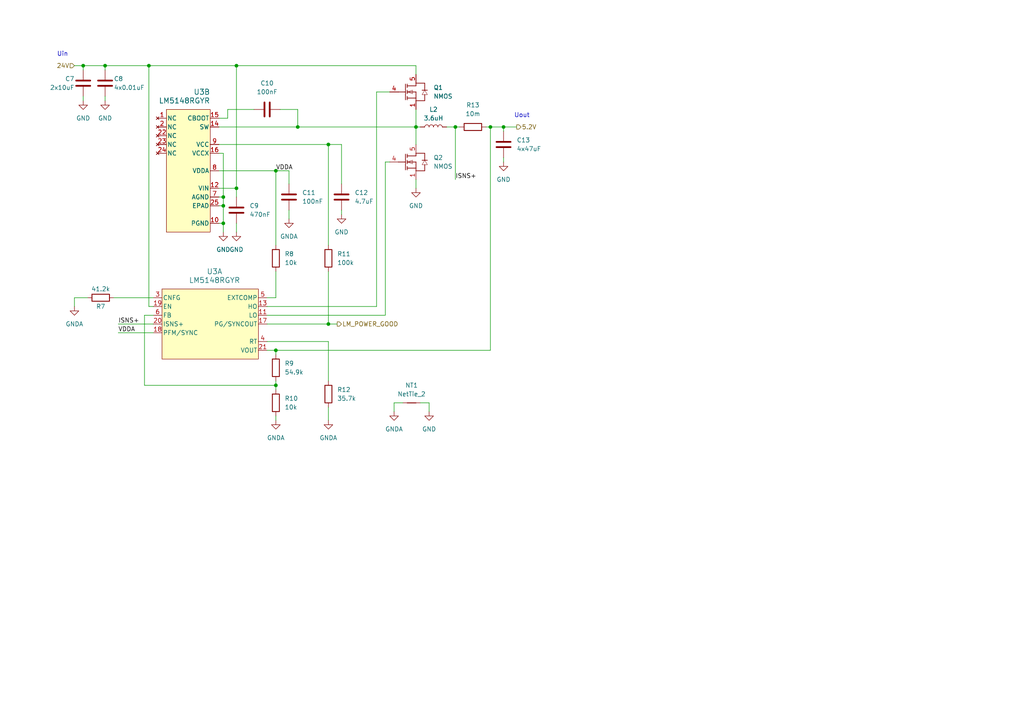
<source format=kicad_sch>
(kicad_sch (version 20230121) (generator eeschema)
  (paper "A4")
  (lib_symbols
    (symbol "CSD18514Q5A_1" (pin_names (offset 0.254))
      (property "Reference" "Q1" (at 7.62 1.27 0))
      (property "Value" "NMOS" (at 7.62 -1.27 0))
      (symbol "CSD18514Q5A_1_0_1"
        (polyline (pts (xy -2.54 0) (xy -0.508 0)) (stroke (width 0.2032)))
        (polyline (pts (xy -0.508 2.286) (xy -0.508 -2.286)) (stroke (width 0.2032)))
        (polyline (pts (xy 0 -2.286) (xy 0 -1.27)) (stroke (width 0.2032)))
        (polyline (pts (xy 0 -0.508) (xy 0 0.508)) (stroke (width 0.2032)))
        (polyline (pts (xy 0 0) (xy 1.524 -0.508)) (stroke (width 0.1016)))
        (polyline (pts (xy 0 2.286) (xy 0 1.27)) (stroke (width 0.2032)))
        (polyline (pts (xy 1.524 -0.508) (xy 1.524 0.508)) (stroke (width 0.1016)))
        (polyline (pts (xy 1.524 0.508) (xy 0 0)) (stroke (width 0.1016)))
        (polyline (pts (xy 2.54 -2.54) (xy 5.08 -2.54)) (stroke (width 0.2032)))
        (polyline (pts (xy 2.54 -1.778) (xy 0 -1.778)) (stroke (width 0.2032)))
        (polyline (pts (xy 2.54 0) (xy 0 0)) (stroke (width 0.2032)))
        (polyline (pts (xy 2.54 0) (xy 2.54 -2.54)) (stroke (width 0.2032)))
        (polyline (pts (xy 2.54 1.778) (xy 0 1.778)) (stroke (width 0.2032)))
        (polyline (pts (xy 2.54 1.778) (xy 2.54 2.54)) (stroke (width 0.2032)))
        (polyline (pts (xy 2.54 2.54) (xy 5.08 2.54)) (stroke (width 0.2032)))
        (polyline (pts (xy 4.318 -0.762) (xy 5.842 -0.762)) (stroke (width 0.1016)))
        (polyline (pts (xy 4.318 0.508) (xy 5.842 0.508)) (stroke (width 0.2032)))
        (polyline (pts (xy 5.08 -2.54) (xy 5.08 -0.762)) (stroke (width 0.2032)))
        (polyline (pts (xy 5.08 0.508) (xy 4.318 -0.762)) (stroke (width 0.1016)))
        (polyline (pts (xy 5.08 2.54) (xy 5.08 0.508)) (stroke (width 0.2032)))
        (polyline (pts (xy 5.842 -0.762) (xy 5.08 0.508)) (stroke (width 0.1016)))
      )
      (symbol "CSD18514Q5A_1_1_1"
        (pin unspecified line (at 2.54 -5.08 90) (length 2.53) (name "") (number "1"))
        (pin unspecified line (at 2.54 -5.08 90) (length 2.53) hide (name "S") (number "2"))
        (pin unspecified line (at 2.54 -5.08 90) (length 2.53) hide (name "S") (number "3"))
        (pin unspecified line (at -5.08 0 0) (length 2.53) (name "") (number "4"))
        (pin unspecified line (at 2.54 5.08 270) (length 2.53) (name "") (number "5"))
        (pin unspecified line (at 2.54 5.08 270) (length 2.53) hide (name "D") (number "6"))
        (pin unspecified line (at 2.54 5.08 270) (length 2.53) hide (name "D") (number "7"))
        (pin unspecified line (at 2.54 5.08 270) (length 2.53) hide (name "D") (number "8"))
        (pin unspecified line (at 2.54 5.08 270) (length 2.53) hide (name "") (number "9"))
      )
    )
    (symbol "Device:C" (pin_numbers hide) (pin_names (offset 0.254))
      (property "Reference" "C" (at 0.635 2.54 0))
      (property "Value" "C" (at 0.635 -2.54 0))
      (symbol "C_0_1"
        (polyline (pts (xy -2.032 -0.762) (xy 2.032 -0.762)) (stroke (width 0.508)))
        (polyline (pts (xy -2.032 0.762) (xy 2.032 0.762)) (stroke (width 0.508)))
      )
      (symbol "C_1_1"
        (pin passive line (at 0 3.81 270) (length 2.794) (name "~") (number "1"))
        (pin passive line (at 0 -3.81 90) (length 2.794) (name "~") (number "2"))
      )
    )
    (symbol "Device:L" (pin_numbers hide) (pin_names (offset 1.016) hide)
      (property "Reference" "L" (at -1.27 0 90))
      (property "Value" "L" (at 1.905 0 90))
      (symbol "L_0_1"
        (arc (start 0 -2.54) (mid 0.6323 -1.905) (end 0 -1.27))
        (arc (start 0 -1.27) (mid 0.6323 -0.635) (end 0 0))
        (arc (start 0 0) (mid 0.6323 0.635) (end 0 1.27))
        (arc (start 0 1.27) (mid 0.6323 1.905) (end 0 2.54))
      )
      (symbol "L_1_1"
        (pin passive line (at 0 3.81 270) (length 1.27) (name "1") (number "1"))
        (pin passive line (at 0 -3.81 90) (length 1.27) (name "2") (number "2"))
      )
    )
    (symbol "Device:NetTie_2" (pin_numbers hide) (pin_names (offset 0) hide) (in_bom no)
      (property "Reference" "NT" (at 0 1.27 0))
      (property "Value" "NetTie_2" (at 0 -1.27 0))
      (symbol "NetTie_2_0_1"
        (polyline (pts (xy -1.27 0) (xy 1.27 0)) (stroke (width 0.254)))
      )
      (symbol "NetTie_2_1_1"
        (pin passive line (at -2.54 0 0) (length 2.54) (name "1") (number "1"))
        (pin passive line (at 2.54 0 180) (length 2.54) (name "2") (number "2"))
      )
    )
    (symbol "Device:R" (pin_numbers hide) (pin_names (offset 0))
      (property "Reference" "R" (at 2.032 0 90))
      (property "Value" "R" (at 0 0 90))
      (symbol "R_0_1"
        (rectangle (start -1.016 -2.54) (end 1.016 2.54) (stroke (width 0.254)))
      )
      (symbol "R_1_1"
        (pin passive line (at 0 3.81 270) (length 1.27) (name "~") (number "1"))
        (pin passive line (at 0 -3.81 90) (length 1.27) (name "~") (number "2"))
      )
    )
    (symbol "LM5148:LM5148RGYR" (pin_names (offset 0.254))
      (property "Reference" "U" (at 1.094 19.6949 0))
      (property "Value" "LM5148RGYR" (at 1.8042 17.1499 0))
      (symbol "LM5148RGYR_1_1"
        (rectangle (start -15.24 10.16) (end 12.7 -10.16) (fill (type background)))
        (pin output line (at 15.24 2.54 180) (length 2.54) (name "LO") (number "11"))
        (pin output line (at 15.24 5.08 180) (length 2.54) (name "HO") (number "13"))
        (pin output line (at 15.24 0 180) (length 2.54) (name "PG/SYNCOUT") (number "17"))
        (pin input line (at -17.78 -2.54 0) (length 2.54) (name "PFM/SYNC") (number "18"))
        (pin input line (at -17.78 5.08 0) (length 2.54) (name "EN") (number "19"))
        (pin input line (at -17.78 0 0) (length 2.54) (name "ISNS+") (number "20"))
        (pin unspecified line (at 15.24 -7.62 180) (length 2.54) (name "VOUT") (number "21"))
        (pin input line (at -17.78 7.62 0) (length 2.54) (name "CNFG") (number "3"))
        (pin output line (at 15.24 -5.08 180) (length 2.54) (name "RT") (number "4"))
        (pin output line (at 15.24 7.62 180) (length 2.54) (name "EXTCOMP") (number "5"))
        (pin input line (at -17.78 2.54 0) (length 2.54) (name "FB") (number "6"))
      )
      (symbol "LM5148RGYR_2_1"
        (rectangle (start -5.08 15.24) (end 7.62 -20.32) (fill (type background)))
        (pin no_connect line (at 10.16 12.7 180) (length 2.54) (name "NC") (number "1"))
        (pin power_out line (at -7.62 -17.78 0) (length 2.54) (name "PGND") (number "10"))
        (pin power_in line (at -7.62 -7.62 0) (length 2.54) (name "VIN") (number "12"))
        (pin power_out line (at -7.62 10.16 0) (length 2.54) (name "SW") (number "14"))
        (pin power_out line (at -7.62 12.7 0) (length 2.54) (name "CBOOT") (number "15"))
        (pin power_in line (at -7.62 2.54 0) (length 2.54) (name "VCCX") (number "16"))
        (pin no_connect line (at 10.16 10.16 180) (length 2.54) (name "NC") (number "2"))
        (pin no_connect line (at 10.16 7.62 180) (length 2.54) (name "NC") (number "22"))
        (pin no_connect line (at 10.16 5.08 180) (length 2.54) (name "NC") (number "23"))
        (pin no_connect line (at 10.16 2.54 180) (length 2.54) (name "NC") (number "24"))
        (pin power_out line (at -7.62 -12.7 0) (length 2.54) (name "EPAD") (number "25"))
        (pin power_out line (at -7.62 -10.16 0) (length 2.54) (name "AGND") (number "7"))
        (pin output line (at -7.62 -2.54 0) (length 2.54) (name "VDDA") (number "8"))
        (pin power_out line (at -7.62 5.08 0) (length 2.54) (name "VCC") (number "9"))
      )
    )
    (symbol "LM5148RGYR_1" (pin_names (offset 0.254))
      (property "Reference" "U" (at 1.094 19.6949 0))
      (property "Value" "LM5148RGYR" (at 1.8042 17.1499 0))
      (symbol "LM5148RGYR_1_1_1"
        (rectangle (start -15.24 10.16) (end 12.7 -10.16) (fill (type background)))
        (pin output line (at 15.24 2.54 180) (length 2.54) (name "LO") (number "11"))
        (pin output line (at 15.24 5.08 180) (length 2.54) (name "HO") (number "13"))
        (pin output line (at 15.24 0 180) (length 2.54) (name "PG/SYNCOUT") (number "17"))
        (pin input line (at -17.78 -2.54 0) (length 2.54) (name "PFM/SYNC") (number "18"))
        (pin input line (at -17.78 5.08 0) (length 2.54) (name "EN") (number "19"))
        (pin input line (at -17.78 0 0) (length 2.54) (name "ISNS+") (number "20"))
        (pin unspecified line (at 15.24 -7.62 180) (length 2.54) (name "VOUT") (number "21"))
        (pin input line (at -17.78 7.62 0) (length 2.54) (name "CNFG") (number "3"))
        (pin output line (at 15.24 -5.08 180) (length 2.54) (name "RT") (number "4"))
        (pin output line (at 15.24 7.62 180) (length 2.54) (name "EXTCOMP") (number "5"))
        (pin input line (at -17.78 2.54 0) (length 2.54) (name "FB") (number "6"))
      )
      (symbol "LM5148RGYR_1_2_1"
        (rectangle (start -5.08 15.24) (end 7.62 -20.32) (fill (type background)))
        (pin no_connect line (at 10.16 12.7 180) (length 2.54) (name "NC") (number "1"))
        (pin power_out line (at -7.62 -17.78 0) (length 2.54) (name "PGND") (number "10"))
        (pin power_in line (at -7.62 -7.62 0) (length 2.54) (name "VIN") (number "12"))
        (pin power_out line (at -7.62 10.16 0) (length 2.54) (name "SW") (number "14"))
        (pin power_out line (at -7.62 12.7 0) (length 2.54) (name "CBOOT") (number "15"))
        (pin power_in line (at -7.62 2.54 0) (length 2.54) (name "VCCX") (number "16"))
        (pin no_connect line (at 10.16 10.16 180) (length 2.54) (name "NC") (number "2"))
        (pin no_connect line (at 10.16 7.62 180) (length 2.54) (name "NC") (number "22"))
        (pin no_connect line (at 10.16 5.08 180) (length 2.54) (name "NC") (number "23"))
        (pin no_connect line (at 10.16 2.54 180) (length 2.54) (name "NC") (number "24"))
        (pin power_out line (at -7.62 -12.7 0) (length 2.54) (name "EPAD") (number "25"))
        (pin power_out line (at -7.62 -10.16 0) (length 2.54) (name "AGND") (number "7"))
        (pin output line (at -7.62 -2.54 0) (length 2.54) (name "VDDA") (number "8"))
        (pin power_out line (at -7.62 5.08 0) (length 2.54) (name "VCC") (number "9"))
      )
    )
    (symbol "NMOS-CSD18514:CSD18514Q5A" (pin_names (offset 0.254))
      (property "Reference" "U" (at 0 2.54 0))
      (property "Value" "CSD18514Q5A" (at 12.7 5.08 0))
      (symbol "CSD18514Q5A_0_1"
        (polyline (pts (xy -2.54 0) (xy -0.508 0)) (stroke (width 0.2032)))
        (polyline (pts (xy -0.508 2.286) (xy -0.508 -2.286)) (stroke (width 0.2032)))
        (polyline (pts (xy 0 -2.286) (xy 0 -1.27)) (stroke (width 0.2032)))
        (polyline (pts (xy 0 -0.508) (xy 0 0.508)) (stroke (width 0.2032)))
        (polyline (pts (xy 0 0) (xy 1.524 -0.508)) (stroke (width 0.1016)))
        (polyline (pts (xy 0 2.286) (xy 0 1.27)) (stroke (width 0.2032)))
        (polyline (pts (xy 1.524 -0.508) (xy 1.524 0.508)) (stroke (width 0.1016)))
        (polyline (pts (xy 1.524 0.508) (xy 0 0)) (stroke (width 0.1016)))
        (polyline (pts (xy 2.54 -2.54) (xy 5.08 -2.54)) (stroke (width 0.2032)))
        (polyline (pts (xy 2.54 -1.778) (xy 0 -1.778)) (stroke (width 0.2032)))
        (polyline (pts (xy 2.54 0) (xy 0 0)) (stroke (width 0.2032)))
        (polyline (pts (xy 2.54 0) (xy 2.54 -2.54)) (stroke (width 0.2032)))
        (polyline (pts (xy 2.54 1.778) (xy 0 1.778)) (stroke (width 0.2032)))
        (polyline (pts (xy 2.54 1.778) (xy 2.54 2.54)) (stroke (width 0.2032)))
        (polyline (pts (xy 2.54 2.54) (xy 5.08 2.54)) (stroke (width 0.2032)))
        (polyline (pts (xy 4.318 -0.762) (xy 5.842 -0.762)) (stroke (width 0.1016)))
        (polyline (pts (xy 4.318 0.508) (xy 5.842 0.508)) (stroke (width 0.2032)))
        (polyline (pts (xy 5.08 -2.54) (xy 5.08 -0.762)) (stroke (width 0.2032)))
        (polyline (pts (xy 5.08 0.508) (xy 4.318 -0.762)) (stroke (width 0.1016)))
        (polyline (pts (xy 5.08 2.54) (xy 5.08 0.508)) (stroke (width 0.2032)))
        (polyline (pts (xy 5.842 -0.762) (xy 5.08 0.508)) (stroke (width 0.1016)))
      )
      (symbol "CSD18514Q5A_1_1"
        (pin unspecified line (at 2.54 -5.08 90) (length 2.53) (name "") (number "1"))
        (pin unspecified line (at 2.54 -5.08 90) (length 2.53) hide (name "S") (number "2"))
        (pin unspecified line (at 2.54 -5.07 90) (length 2.53) hide (name "S") (number "3"))
        (pin unspecified line (at -5.08 0 0) (length 2.53) (name "") (number "4"))
        (pin unspecified line (at 2.54 5.08 270) (length 2.53) (name "") (number "5"))
        (pin unspecified line (at 2.54 5.08 270) (length 2.53) hide (name "D") (number "6"))
        (pin unspecified line (at 2.54 5.08 270) (length 2.53) hide (name "D") (number "7"))
        (pin unspecified line (at 2.54 5.08 270) (length 2.53) hide (name "D") (number "8"))
        (pin unspecified line (at 2.54 5.08 270) (length 2.53) hide (name "") (number "9"))
      )
    )
    (symbol "power:GND" (power) (pin_names (offset 0))
      (property "Value" "GND" (at 0 -3.81 0))
      (symbol "GND_0_1"
        (polyline (pts (xy 0 0) (xy 0 -1.27) (xy 1.27 -1.27) (xy 0 -2.54) (xy -1.27 -1.27) (xy 0 -1.27)))
      )
      (symbol "GND_1_1"
        (pin power_in line (at 0 0 270) (length 0) hide (name "GND") (number "1"))
      )
    )
    (symbol "power:GNDA" (power) (pin_names (offset 0))
      (property "Value" "GNDA" (at 0 -3.81 0))
      (symbol "GNDA_0_1"
        (polyline (pts (xy 0 0) (xy 0 -1.27) (xy 1.27 -1.27) (xy 0 -2.54) (xy -1.27 -1.27) (xy 0 -1.27)))
      )
      (symbol "GNDA_1_1"
        (pin power_in line (at 0 0 270) (length 0) hide (name "GNDA") (number "1"))
      )
    )
  )
  (junction (at 86.36 36.83))
  (junction (at 43.18 19.05))
  (junction (at 80.01 49.53))
  (junction (at 30.48 19.05))
  (junction (at 132.08 36.83))
  (junction (at 146.05 36.83))
  (junction (at 95.25 93.98))
  (junction (at 64.77 59.69))
  (junction (at 80.01 101.6))
  (junction (at 95.25 41.91))
  (junction (at 68.58 54.61))
  (junction (at 120.65 36.83))
  (junction (at 64.77 64.77))
  (junction (at 142.24 36.83))
  (junction (at 80.01 111.76))
  (junction (at 68.58 19.05))
  (junction (at 64.77 57.15))
  (junction (at 24.13 19.05))
  (wire (pts (xy 24.13 19.05) (xy 30.48 19.05)))
  (wire (pts (xy 64.77 59.69) (xy 64.77 64.77)))
  (wire (pts (xy 64.77 44.45) (xy 64.77 57.15)))
  (wire (pts (xy 66.04 31.75) (xy 73.66 31.75)))
  (wire (pts (xy 80.01 49.53) (xy 80.01 71.12)))
  (wire (pts (xy 142.24 36.83) (xy 142.24 101.6)))
  (wire (pts (xy 64.77 57.15) (xy 64.77 59.69)))
  (wire (pts (xy 64.77 64.77) (xy 63.5 64.77)))
  (wire (pts (xy 120.65 52.07) (xy 120.65 54.61)))
  (wire (pts (xy 124.46 116.84) (xy 124.46 119.38)))
  (wire (pts (xy 25.4 86.36) (xy 21.59 86.36)))
  (wire (pts (xy 24.13 20.32) (xy 24.13 19.05)))
  (wire (pts (xy 34.29 93.98) (xy 44.45 93.98)))
  (wire (pts (xy 77.47 101.6) (xy 80.01 101.6)))
  (wire (pts (xy 146.05 45.72) (xy 146.05 46.99)))
  (wire (pts (xy 120.65 36.83) (xy 120.65 41.91)))
  (wire (pts (xy 80.01 78.74) (xy 80.01 86.36)))
  (wire (pts (xy 21.59 19.05) (xy 24.13 19.05)))
  (wire (pts (xy 95.25 41.91) (xy 99.06 41.91)))
  (wire (pts (xy 30.48 29.21) (xy 30.48 27.94)))
  (wire (pts (xy 77.47 99.06) (xy 95.25 99.06)))
  (wire (pts (xy 68.58 19.05) (xy 120.65 19.05)))
  (wire (pts (xy 64.77 64.77) (xy 64.77 67.31)))
  (wire (pts (xy 120.65 21.59) (xy 120.65 19.05)))
  (wire (pts (xy 95.25 78.74) (xy 95.25 93.98)))
  (wire (pts (xy 99.06 53.34) (xy 99.06 41.91)))
  (wire (pts (xy 80.01 49.53) (xy 83.82 49.53)))
  (wire (pts (xy 30.48 19.05) (xy 43.18 19.05)))
  (wire (pts (xy 142.24 36.83) (xy 146.05 36.83)))
  (wire (pts (xy 146.05 36.83) (xy 149.86 36.83)))
  (wire (pts (xy 63.5 57.15) (xy 64.77 57.15)))
  (wire (pts (xy 80.01 110.49) (xy 80.01 111.76)))
  (wire (pts (xy 80.01 120.65) (xy 80.01 121.92)))
  (wire (pts (xy 111.76 91.44) (xy 111.76 46.99)))
  (wire (pts (xy 44.45 91.44) (xy 41.91 91.44)))
  (wire (pts (xy 114.3 119.38) (xy 114.3 116.84)))
  (wire (pts (xy 80.01 101.6) (xy 142.24 101.6)))
  (wire (pts (xy 95.25 99.06) (xy 95.25 110.49)))
  (wire (pts (xy 63.5 36.83) (xy 86.36 36.83)))
  (wire (pts (xy 41.91 111.76) (xy 80.01 111.76)))
  (wire (pts (xy 95.25 118.11) (xy 95.25 121.92)))
  (wire (pts (xy 68.58 19.05) (xy 68.58 54.61)))
  (wire (pts (xy 109.22 26.67) (xy 113.03 26.67)))
  (wire (pts (xy 68.58 64.77) (xy 68.58 67.31)))
  (wire (pts (xy 99.06 60.96) (xy 99.06 62.23)))
  (wire (pts (xy 132.08 52.07) (xy 132.08 36.83)))
  (wire (pts (xy 43.18 88.9) (xy 44.45 88.9)))
  (wire (pts (xy 63.5 54.61) (xy 68.58 54.61)))
  (wire (pts (xy 114.3 116.84) (xy 116.84 116.84)))
  (wire (pts (xy 21.59 86.36) (xy 21.59 88.9)))
  (wire (pts (xy 43.18 19.05) (xy 43.18 88.9)))
  (wire (pts (xy 140.97 36.83) (xy 142.24 36.83)))
  (wire (pts (xy 111.76 46.99) (xy 113.03 46.99)))
  (wire (pts (xy 77.47 93.98) (xy 95.25 93.98)))
  (wire (pts (xy 43.18 19.05) (xy 68.58 19.05)))
  (wire (pts (xy 33.02 86.36) (xy 44.45 86.36)))
  (wire (pts (xy 146.05 36.83) (xy 146.05 38.1)))
  (wire (pts (xy 41.91 91.44) (xy 41.91 111.76)))
  (wire (pts (xy 95.25 71.12) (xy 95.25 41.91)))
  (wire (pts (xy 86.36 31.75) (xy 86.36 36.83)))
  (wire (pts (xy 34.29 96.52) (xy 44.45 96.52)))
  (wire (pts (xy 68.58 57.15) (xy 68.58 54.61)))
  (wire (pts (xy 66.04 34.29) (xy 66.04 31.75)))
  (wire (pts (xy 109.22 88.9) (xy 109.22 26.67)))
  (wire (pts (xy 83.82 53.34) (xy 83.82 49.53)))
  (wire (pts (xy 30.48 20.32) (xy 30.48 19.05)))
  (wire (pts (xy 63.5 41.91) (xy 95.25 41.91)))
  (wire (pts (xy 80.01 101.6) (xy 80.01 102.87)))
  (wire (pts (xy 121.92 116.84) (xy 124.46 116.84)))
  (wire (pts (xy 77.47 91.44) (xy 111.76 91.44)))
  (wire (pts (xy 63.5 34.29) (xy 66.04 34.29)))
  (wire (pts (xy 120.65 36.83) (xy 121.92 36.83)))
  (wire (pts (xy 86.36 36.83) (xy 120.65 36.83)))
  (wire (pts (xy 120.65 31.75) (xy 120.65 36.83)))
  (wire (pts (xy 63.5 44.45) (xy 64.77 44.45)))
  (wire (pts (xy 81.28 31.75) (xy 86.36 31.75)))
  (wire (pts (xy 77.47 88.9) (xy 109.22 88.9)))
  (wire (pts (xy 129.54 36.83) (xy 132.08 36.83)))
  (wire (pts (xy 83.82 60.96) (xy 83.82 63.5)))
  (wire (pts (xy 77.47 86.36) (xy 80.01 86.36)))
  (wire (pts (xy 63.5 59.69) (xy 64.77 59.69)))
  (wire (pts (xy 132.08 36.83) (xy 133.35 36.83)))
  (wire (pts (xy 24.13 29.21) (xy 24.13 27.94)))
  (wire (pts (xy 80.01 113.03) (xy 80.01 111.76)))
  (wire (pts (xy 95.25 93.98) (xy 97.79 93.98)))
  (wire (pts (xy 63.5 49.53) (xy 80.01 49.53)))
  (rectangle (start 166.37 218.44) (end 166.37 218.44))
  (text "Uout" (at 153.67 34.29 0) (effects (font (size 1.27 1.27)) (justify right bottom)))
  (text "Uin" (at 16.51 16.51 0) (effects (font (size 1.27 1.27)) (justify left bottom)))
  (label "ISNS+" (at 34.29 93.98 0))
  (label "VDDA" (at 34.29 96.52 0))
  (label "VDDA" (at 80.01 49.53 0))
  (label "ISNS+" (at 132.08 52.07 0))
  (hierarchical_label "24V" (shape input) (at 21.59 19.05 180))
  (hierarchical_label "5.2V" (shape output) (at 149.86 36.83 0))
  (hierarchical_label "LM_POWER_GOOD" (shape output) (at 97.79 93.98 0))
  (symbol (lib_id "power:GND") (at 24.13 29.21 0) (unit 1)
    (property "Reference" "#PWR010" (effects hide))
    (property "Value" "GND" (at 24.13 34.29 0))
  )
  (symbol (lib_id "Device:R") (at 80.01 106.68 0) (unit 1)
    (property "Reference" "R9" (at 82.55 105.41 0) (effects (justify left)))
    (property "Value" "54.9k" (at 82.55 107.95 0) (effects (justify left)))
    (property "Footprint" "Resistor_SMD:R_0805_2012Metric_Pad1.20x1.40mm_HandSolder" (effects hide))
  )
  (symbol (lib_id "Device:C") (at 77.47 31.75 90) (unit 1)
    (property "Reference" "C10" (at 77.47 24.13 90))
    (property "Value" "100nF" (at 77.47 26.67 90))
    (property "Footprint" "Capacitor_SMD:C_0805_2012Metric_Pad1.18x1.45mm_HandSolder" (effects hide))
  )
  (symbol (lib_id "Device:NetTie_2") (at 119.38 116.84 0) (unit 1) (in_bom no)
    (property "Reference" "NT1" (at 119.38 111.76 0))
    (property "Value" "NetTie_2" (at 119.38 114.3 0))
    (property "Footprint" "NetTie:NetTie-2_SMD_Pad0.5mm" (effects hide))
  )
  (symbol (lib_id "Device:R") (at 95.25 114.3 0) (unit 1)
    (property "Reference" "R12" (at 97.79 113.03 0) (effects (justify left)))
    (property "Value" "35.7k" (at 97.79 115.57 0) (effects (justify left)))
    (property "Footprint" "Resistor_SMD:R_0805_2012Metric_Pad1.20x1.40mm_HandSolder" (effects hide))
  )
  (symbol (lib_id "power:GND") (at 64.77 67.31 0) (mirror y) (unit 1)
    (property "Reference" "#PWR012" (effects hide))
    (property "Value" "GND" (at 64.77 72.39 0))
  )
  (symbol (lib_id "Device:R") (at 137.16 36.83 270) (mirror x) (unit 1)
    (property "Reference" "R13" (at 137.16 30.48 90))
    (property "Value" "10m" (at 137.16 33.02 90))
    (property "Footprint" "Resistor_SMD:R_0815_2038Metric_Pad1.20x4.05mm_HandSolder" (effects hide))
  )
  (symbol (lib_id "Device:R") (at 95.25 74.93 0) (unit 1)
    (property "Reference" "R11" (at 97.79 73.66 0) (effects (justify left)))
    (property "Value" "100k" (at 97.79 76.2 0) (effects (justify left)))
    (property "Footprint" "Resistor_SMD:R_0805_2012Metric_Pad1.20x1.40mm_HandSolder" (effects hide))
  )
  (symbol (lib_id "power:GND") (at 120.65 54.61 0) (unit 1)
    (property "Reference" "#PWR019" (effects hide))
    (property "Value" "GND" (at 120.65 59.69 0))
  )
  (symbol (lib_id "power:GND") (at 30.48 29.21 0) (unit 1)
    (property "Reference" "#PWR011" (effects hide))
    (property "Value" "GND" (at 30.48 34.29 0))
  )
  (symbol (lib_id "Device:C") (at 99.06 57.15 0) (unit 1)
    (property "Reference" "C12" (at 102.87 55.88 0) (effects (justify left)))
    (property "Value" "4.7uF" (at 102.87 58.42 0) (effects (justify left)))
    (property "Footprint" "Capacitor_SMD:C_0805_2012Metric_Pad1.18x1.45mm_HandSolder" (effects hide))
  )
  (symbol (lib_id "power:GNDA") (at 21.59 88.9 0) (unit 1)
    (property "Reference" "#PWR09" (effects hide))
    (property "Value" "GNDA" (at 21.59 93.98 0))
  )
  (symbol (lib_id "LM5148:LM5148RGYR") (at 62.23 93.98 0) (unit 1)
    (property "Reference" "U3" (at 62.23 78.74 0) (effects (font (size 1.524 1.524))))
    (property "Value" "LM5148RGYR" (at 62.23 81.28 0) (effects (font (size 1.524 1.524))))
    (property "Footprint" "LM5148:VQFN24_RGY_TEX" (effects hide))
    (property "Datasheet" "LM5148RGYR" (effects hide))
  )
  (symbol (lib_name "LM5148RGYR_1") (lib_id "LM5148:LM5148RGYR") (at 55.88 46.99 0) (mirror y) (unit 2)
    (property "Reference" "U3" (at 60.96 26.67 0) (effects (font (size 1.524 1.524)) (justify left)))
    (property "Value" "LM5148RGYR" (at 60.96 29.21 0) (effects (font (size 1.524 1.524)) (justify left)))
    (property "Footprint" "LM5148:VQFN24_RGY_TEX" (effects hide))
    (property "Datasheet" "LM5148RGYR" (effects hide))
  )
  (symbol (lib_id "power:GND") (at 68.58 67.31 0) (mirror y) (unit 1)
    (property "Reference" "#PWR013" (effects hide))
    (property "Value" "GND" (at 68.58 72.39 0))
  )
  (symbol (lib_id "Device:C") (at 83.82 57.15 0) (unit 1)
    (property "Reference" "C11" (at 87.63 55.88 0) (effects (justify left)))
    (property "Value" "100nF" (at 87.63 58.42 0) (effects (justify left)))
    (property "Footprint" "Capacitor_SMD:C_0805_2012Metric_Pad1.18x1.45mm_HandSolder" (effects hide))
  )
  (symbol (lib_id "Device:R") (at 80.01 116.84 0) (unit 1)
    (property "Reference" "R10" (at 82.55 115.57 0) (effects (justify left)))
    (property "Value" "10k" (at 82.55 118.11 0) (effects (justify left)))
    (property "Footprint" "Resistor_SMD:R_0805_2012Metric_Pad1.20x1.40mm_HandSolder" (effects hide))
  )
  (symbol (lib_id "Device:L") (at 125.73 36.83 270) (mirror x) (unit 1)
    (property "Reference" "L2" (at 125.73 31.75 90))
    (property "Value" "3.6uH" (at 125.73 34.29 90))
    (property "Footprint" "Inductor_SMD:L_Bourns-SRN8040_8x8.15mm" (effects hide))
  )
  (symbol (lib_id "power:GND") (at 146.05 46.99 0) (unit 1)
    (property "Reference" "#PWR021" (effects hide))
    (property "Value" "GND" (at 146.05 52.07 0))
  )
  (symbol (lib_id "power:GND") (at 124.46 119.38 0) (unit 1)
    (property "Reference" "#PWR020" (effects hide))
    (property "Value" "GND" (at 124.46 124.46 0))
  )
  (symbol (lib_id "NMOS-CSD18514:CSD18514Q5A") (at 118.11 46.99 0) (unit 1)
    (property "Reference" "Q2" (at 125.73 45.72 0) (effects (justify left)))
    (property "Value" "NMOS" (at 125.73 48.26 0) (effects (justify left)))
    (property "Footprint" "NMOS-CSD18514:DQJ0008A" (effects hide))
    (property "Datasheet" "CSD18514Q5A" (effects hide))
    (property "Sim.Device" "NMOS" (effects hide))
    (property "Sim.Type" "VDMOS" (effects hide))
    (property "Sim.Pins" "1=D 2=G 3=S" (effects hide))
  )
  (symbol (lib_id "Device:C") (at 146.05 41.91 0) (unit 1)
    (property "Reference" "C13" (at 149.86 40.64 0) (effects (justify left)))
    (property "Value" "4x47uF" (at 149.86 43.18 0) (effects (justify left)))
    (property "Footprint" "Capacitor_SMD:C_1210_3225Metric_Pad1.33x2.70mm_HandSolder" (effects hide))
  )
  (symbol (lib_id "Device:R") (at 29.21 86.36 90) (unit 1)
    (property "Reference" "R7" (at 29.21 88.9 90))
    (property "Value" "41.2k" (at 29.21 83.82 90))
    (property "Footprint" "Resistor_SMD:R_0805_2012Metric_Pad1.20x1.40mm_HandSolder" (effects hide))
  )
  (symbol (lib_id "Device:C") (at 68.58 60.96 0) (unit 1)
    (property "Reference" "C9" (at 72.39 59.69 0) (effects (justify left)))
    (property "Value" "470nF" (at 72.39 62.23 0) (effects (justify left)))
    (property "Footprint" "Capacitor_SMD:C_0805_2012Metric_Pad1.18x1.45mm_HandSolder" (effects hide))
  )
  (symbol (lib_id "Device:C") (at 24.13 24.13 0) (mirror y) (unit 1)
    (property "Reference" "C7" (at 21.59 22.86 0) (effects (justify left)))
    (property "Value" "2x10uF" (at 21.59 25.4 0) (effects (justify left)))
    (property "Footprint" "Capacitor_SMD:C_1210_3225Metric_Pad1.33x2.70mm_HandSolder" (effects hide))
  )
  (symbol (lib_id "power:GNDA") (at 80.01 121.92 0) (unit 1)
    (property "Reference" "#PWR014" (effects hide))
    (property "Value" "GNDA" (at 80.01 127 0))
  )
  (symbol (lib_id "power:GNDA") (at 83.82 63.5 0) (unit 1)
    (property "Reference" "#PWR015" (effects hide))
    (property "Value" "GNDA" (at 83.82 68.58 0))
  )
  (symbol (lib_id "power:GNDA") (at 114.3 119.38 0) (unit 1)
    (property "Reference" "#PWR018" (effects hide))
    (property "Value" "GNDA" (at 114.3 124.46 0))
  )
  (symbol (lib_id "power:GND") (at 99.06 62.23 0) (mirror y) (unit 1)
    (property "Reference" "#PWR017" (effects hide))
    (property "Value" "GND" (at 99.06 67.31 0))
  )
  (symbol (lib_id "Device:R") (at 80.01 74.93 0) (unit 1)
    (property "Reference" "R8" (at 82.55 73.66 0) (effects (justify left)))
    (property "Value" "10k" (at 82.55 76.2 0) (effects (justify left)))
    (property "Footprint" "Resistor_SMD:R_0805_2012Metric_Pad1.20x1.40mm_HandSolder" (effects hide))
  )
  (symbol (lib_name "CSD18514Q5A_1") (lib_id "NMOS-CSD18514:CSD18514Q5A") (at 118.11 26.67 0) (unit 1)
    (property "Reference" "Q1" (at 125.73 25.4 0) (effects (justify left)))
    (property "Value" "NMOS" (at 125.73 27.94 0) (effects (justify left)))
    (property "Footprint" "NMOS-CSD18514:DQJ0008A" (effects hide))
    (property "Datasheet" "CSD18514Q5A" (effects hide))
    (property "Sim.Device" "NMOS" (effects hide))
    (property "Sim.Type" "VDMOS" (effects hide))
    (property "Sim.Pins" "1=D 2=G 3=S" (effects hide))
  )
  (symbol (lib_id "Device:C") (at 30.48 24.13 0) (unit 1)
    (property "Reference" "C8" (at 33.02 22.86 0) (effects (justify left)))
    (property "Value" "4x0.01uF" (at 33.02 25.4 0) (effects (justify left)))
    (property "Footprint" "Capacitor_SMD:C_0805_2012Metric_Pad1.18x1.45mm_HandSolder" (effects hide))
  )
  (symbol (lib_id "power:GNDA") (at 95.25 121.92 0) (unit 1)
    (property "Reference" "#PWR016" (effects hide))
    (property "Value" "GNDA" (at 95.25 127 0))
  )
)
</source>
